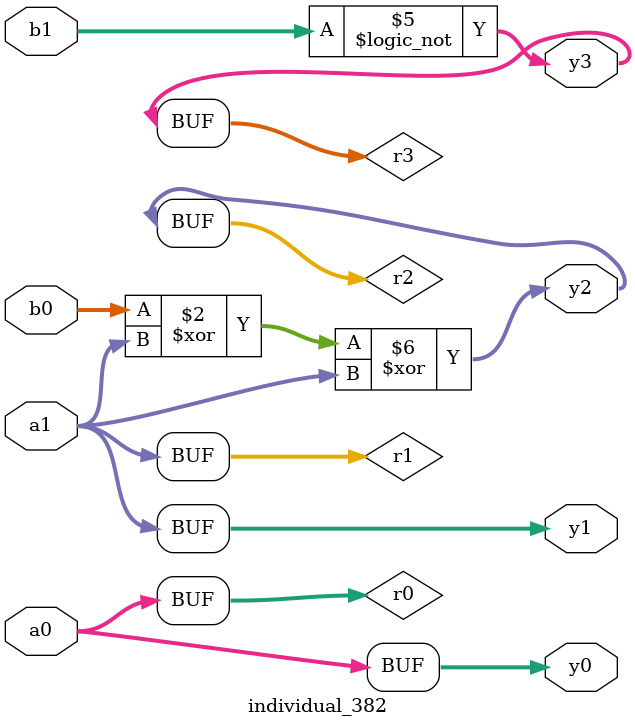
<source format=sv>
module individual_382(input logic [15:0] a1, input logic [15:0] a0, input logic [15:0] b1, input logic [15:0] b0, output logic [15:0] y3, output logic [15:0] y2, output logic [15:0] y1, output logic [15:0] y0);
logic [15:0] r0, r1, r2, r3; 
 always@(*) begin 
	 r0 = a0; r1 = a1; r2 = b0; r3 = b1; 
 	 r2  ^=  a1 ;
 	 r3  &=  a1 ;
 	 r3  &=  r1 ;
 	 r3 = ! b1 ;
 	 r2  ^=  r1 ;
 	 y3 = r3; y2 = r2; y1 = r1; y0 = r0; 
end
endmodule
</source>
